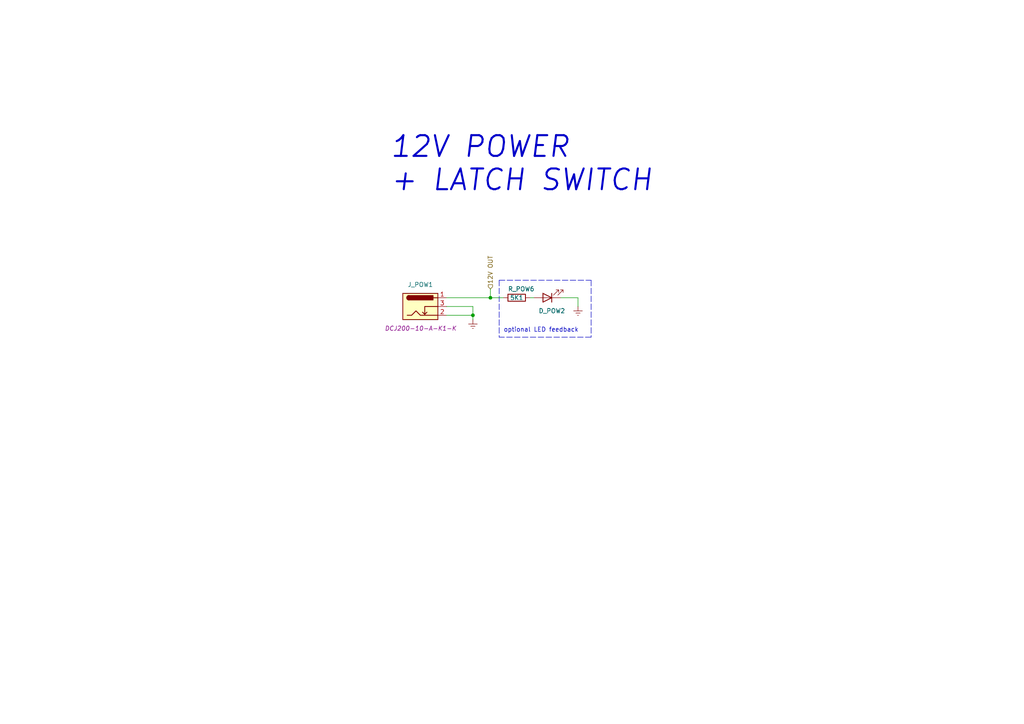
<source format=kicad_sch>
(kicad_sch (version 20211123) (generator eeschema)
  (paper "A4")
  (title_block (title "E-TKT v1.0") (date "2022-09-29") (rev "4") (company "Andrei Speridiao"))
  (lib_symbols
    (symbol "Connector:Barrel_Jack_Switch" (pin_names hide)
      (property "Reference" "J" (at 0 5.334 0))
      (property "Value" "Barrel_Jack_Switch" (at 0 -5.08 0))
      (symbol "Barrel_Jack_Switch_0_1"
        (rectangle (start -5.08 3.81) (end 5.08 -3.81) (stroke (width 0.254)) (fill (type background)))
        (arc (start -3.302 3.175) (mid -3.937 2.54) (end -3.302 1.905) (stroke (width 0.254)))
        (arc (start -3.302 3.175) (mid -3.937 2.54) (end -3.302 1.905) (stroke (width 0.254)) (fill (type outline)))
        (polyline (pts (xy 1.27 -2.286) (xy 1.905 -1.651)) (stroke (width 0.254)))
        (polyline (pts (xy 5.08 2.54) (xy 3.81 2.54)) (stroke (width 0.254)))
        (polyline (pts (xy 5.08 0) (xy 1.27 0) (xy 1.27 -2.286) (xy 0.635 -1.651)) (stroke (width 0.254)))
        (polyline (pts (xy -3.81 -2.54) (xy -2.54 -2.54) (xy -1.27 -1.27) (xy 0 -2.54) (xy 2.54 -2.54) (xy 5.08 -2.54)) (stroke (width 0.254)))
        (rectangle (start 3.683 3.175) (end -3.302 1.905) (stroke (width 0.254)) (fill (type outline)))
      )
      (symbol "Barrel_Jack_Switch_1_1"
        (pin passive line (at 7.62 2.54 180) (length 2.54) (name "~") (number "1"))
        (pin passive line (at 7.62 -2.54 180) (length 2.54) (name "~") (number "2"))
        (pin passive line (at 7.62 0 180) (length 2.54) (name "~") (number "3"))
      )
    )
    (symbol "Device:LED" (pin_numbers hide) (pin_names (offset 1.016) hide)
      (property "Reference" "D" (at 0 2.54 0))
      (property "Value" "LED" (at 0 -2.54 0))
      (symbol "LED_0_1"
        (polyline (pts (xy -1.27 -1.27) (xy -1.27 1.27)) (stroke (width 0.254)))
        (polyline (pts (xy -1.27 0) (xy 1.27 0)))
        (polyline (pts (xy 1.27 -1.27) (xy 1.27 1.27) (xy -1.27 0) (xy 1.27 -1.27)) (stroke (width 0.254)))
        (polyline (pts (xy -3.048 -0.762) (xy -4.572 -2.286) (xy -3.81 -2.286) (xy -4.572 -2.286) (xy -4.572 -1.524)))
        (polyline (pts (xy -1.778 -0.762) (xy -3.302 -2.286) (xy -2.54 -2.286) (xy -3.302 -2.286) (xy -3.302 -1.524)))
      )
      (symbol "LED_1_1"
        (pin passive line (at -3.81 0 0) (length 2.54) (name "K") (number "1"))
        (pin passive line (at 3.81 0 180) (length 2.54) (name "A") (number "2"))
      )
    )
    (symbol "Device:R" (pin_numbers hide) (pin_names (offset 0))
      (property "Reference" "R" (at 2.032 0 90))
      (property "Value" "R" (at 0 0 90))
      (symbol "R_0_1"
        (rectangle (start -1.016 -2.54) (end 1.016 2.54) (stroke (width 0.254)))
      )
      (symbol "R_1_1"
        (pin passive line (at 0 3.81 270) (length 1.27) (name "~") (number "1"))
        (pin passive line (at 0 -3.81 90) (length 1.27) (name "~") (number "2"))
      )
    )
    (symbol "power:GNDREF" (power) (pin_names (offset 0))
      (property "Value" "GNDREF" (at 0 -3.81 0))
      (symbol "GNDREF_0_1"
        (polyline (pts (xy -0.635 -1.905) (xy 0.635 -1.905)))
        (polyline (pts (xy -0.127 -2.54) (xy 0.127 -2.54)))
        (polyline (pts (xy 0 -1.27) (xy 0 0)))
        (polyline (pts (xy 1.27 -1.27) (xy -1.27 -1.27)))
      )
      (symbol "GNDREF_1_1"
        (pin power_in line (at 0 0 270) (length 0) hide (name "GNDREF") (number "1"))
      )
    )
  )
  (junction (at 137.16 91.44))
  (junction (at 142.24 86.36))
  (wire (pts (xy 129.54 86.36) (xy 142.24 86.36)))
  (wire (pts (xy 167.64 86.36) (xy 167.64 88.9)))
  (wire (pts (xy 137.16 88.9) (xy 137.16 91.44)))
  (wire (pts (xy 129.54 91.44) (xy 137.16 91.44)))
  (wire (pts (xy 142.24 83.82) (xy 142.24 86.36)))
  (polyline (pts (xy 144.78 81.28) (xy 171.45 81.28)))
  (wire (pts (xy 162.56 86.36) (xy 167.64 86.36)))
  (wire (pts (xy 154.94 86.36) (xy 153.67 86.36)))
  (polyline (pts (xy 171.45 97.79) (xy 144.78 97.79)))
  (polyline (pts (xy 144.78 81.28) (xy 144.78 97.79)))
  (wire (pts (xy 129.54 88.9) (xy 137.16 88.9)))
  (wire (pts (xy 142.24 86.36) (xy 146.05 86.36)))
  (wire (pts (xy 137.16 91.44) (xy 137.16 92.71)))
  (polyline (pts (xy 171.45 81.28) (xy 171.45 97.79)))
  (text "optional LED feedback" (at 146.05 96.52 0) (effects (font (size 1.27 1.27)) (justify left bottom)))
  (text "12V POWER\n+ LATCH SWITCH" (at 113.03 55.88 0) (effects (font (size 6 6) (thickness 0.6) bold italic) (justify left bottom)))
  (hierarchical_label "12V OUT" (shape input) (at 142.24 83.82 90))
  (symbol (lib_id "power:GNDREF") (at 137.16 92.71 0) (unit 1)
    (property "Reference" "#PWR0117" (effects hide))
    (property "Value" "GNDREF" (effects hide))
  )
  (symbol (lib_id "power:GNDREF") (at 167.64 88.9 0) (unit 1)
    (property "Reference" "#PWR0119" (effects hide))
    (property "Value" "GNDREF" (effects hide))
  )
  (symbol (lib_id "Connector:Barrel_Jack_Switch") (at 121.92 88.9 0) (unit 1)
    (property "Reference" "J_POW1" (at 121.92 82.55 0))
    (property "Value" "Barrel_Jack_Switch" (effects hide))
    (property "Footprint" "SnapEDA Library:BarrelJack_GCT_DCJ200-10-A_Horizontal" (effects hide))
    (property "Datasheet" "https://br.mouser.com/datasheet/2/837/DCJ200_10-2888303.pdf" (effects hide))
    (property "#" "DCJ200-10-A-K1-K" (at 121.92 95.25 0) (effects (font italic)))
    (property "Description" "DC jack" (effects hide))
    (property "Group" "Master power" (effects hide))
    (property "Mouser" "OK" (effects hide))
  )
  (symbol (lib_id "Device:LED") (at 158.75 86.36 180) (unit 1)
    (property "Reference" "D_POW2" (at 156.21 90.17 0) (effects (justify right)))
    (property "Value" "LED white" (effects hide))
    (property "Footprint" "LED_SMD:LED_0603_1608Metric_Pad1.05x0.95mm_HandSolder" (effects hide))
    (property "Datasheet" "https://br.mouser.com/datasheet/2/348/smld12-e-1874545.pdf" (effects hide))
    (property "#" "SMLD12WBN1W1" (effects hide))
    (property "Description" "LED on" (effects hide))
    (property "Group" "Master power" (effects hide))
    (property "Mouser" "OK" (effects hide))
  )
  (symbol (lib_id "Device:R") (at 149.86 86.36 90) (unit 1)
    (property "Reference" "R_POW6" (at 147.32 83.82 90) (effects (justify right)))
    (property "Value" "5K1" (at 149.86 86.36 90))
    (property "Footprint" "Resistor_SMD:R_0603_1608Metric_Pad0.98x0.95mm_HandSolder" (effects hide))
    (property "Datasheet" "https://br.mouser.com/datasheet/2/54/cr-1858361.pdf" (effects hide))
    (property "#" "ERJ-3EKF5101V" (effects hide))
    (property "Description" "LED series resistor" (effects hide))
    (property "Group" "Master power" (effects hide))
    (property "Obs" "wes" (effects hide))
    (property "Mouser" "OK" (effects hide))
  )
)
</source>
